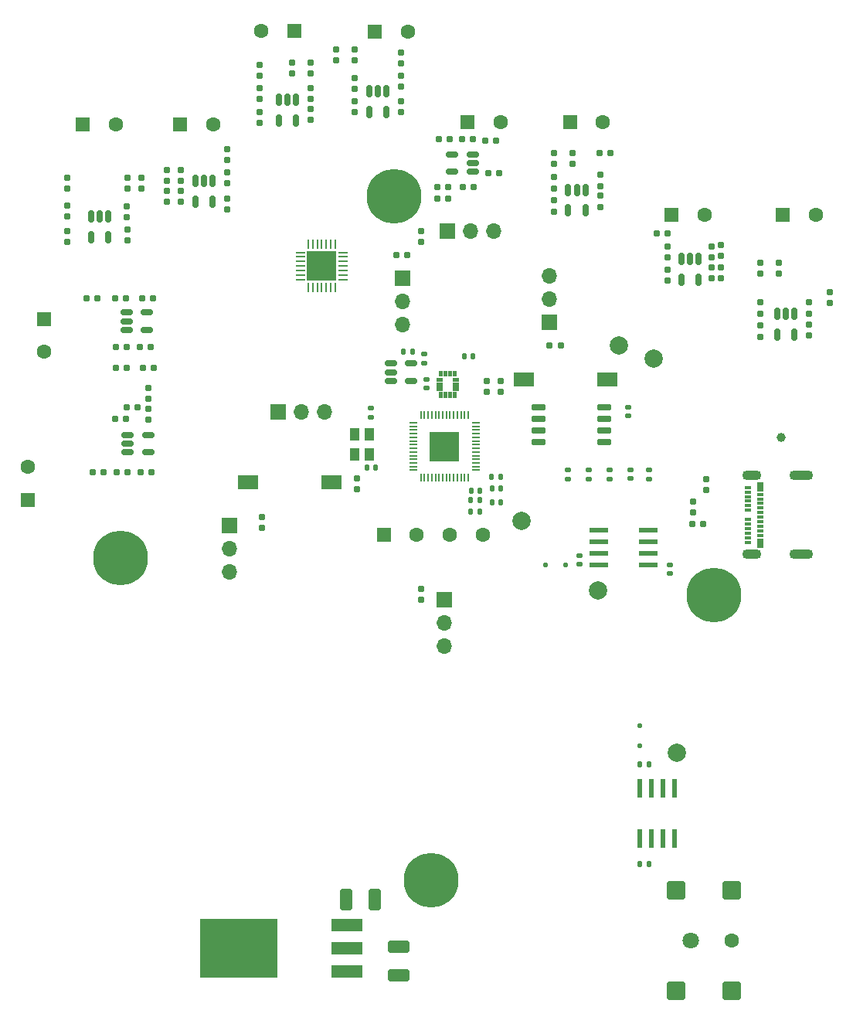
<source format=gts>
%TF.GenerationSoftware,KiCad,Pcbnew,8.0.6*%
%TF.CreationDate,2024-11-27T03:53:44-08:00*%
%TF.ProjectId,eecsc206a,65656373-6332-4303-9661-2e6b69636164,rev?*%
%TF.SameCoordinates,Original*%
%TF.FileFunction,Soldermask,Top*%
%TF.FilePolarity,Negative*%
%FSLAX46Y46*%
G04 Gerber Fmt 4.6, Leading zero omitted, Abs format (unit mm)*
G04 Created by KiCad (PCBNEW 8.0.6) date 2024-11-27 03:53:44*
%MOMM*%
%LPD*%
G01*
G04 APERTURE LIST*
G04 Aperture macros list*
%AMRoundRect*
0 Rectangle with rounded corners*
0 $1 Rounding radius*
0 $2 $3 $4 $5 $6 $7 $8 $9 X,Y pos of 4 corners*
0 Add a 4 corners polygon primitive as box body*
4,1,4,$2,$3,$4,$5,$6,$7,$8,$9,$2,$3,0*
0 Add four circle primitives for the rounded corners*
1,1,$1+$1,$2,$3*
1,1,$1+$1,$4,$5*
1,1,$1+$1,$6,$7*
1,1,$1+$1,$8,$9*
0 Add four rect primitives between the rounded corners*
20,1,$1+$1,$2,$3,$4,$5,0*
20,1,$1+$1,$4,$5,$6,$7,0*
20,1,$1+$1,$6,$7,$8,$9,0*
20,1,$1+$1,$8,$9,$2,$3,0*%
G04 Aperture macros list end*
%ADD10C,0.010000*%
%ADD11R,2.180000X1.600000*%
%ADD12C,0.800000*%
%ADD13C,6.000000*%
%ADD14C,1.000000*%
%ADD15RoundRect,0.150000X-0.512500X-0.150000X0.512500X-0.150000X0.512500X0.150000X-0.512500X0.150000X0*%
%ADD16RoundRect,0.150000X-0.150000X0.512500X-0.150000X-0.512500X0.150000X-0.512500X0.150000X0.512500X0*%
%ADD17RoundRect,0.150000X0.512500X0.150000X-0.512500X0.150000X-0.512500X-0.150000X0.512500X-0.150000X0*%
%ADD18C,2.000000*%
%ADD19RoundRect,0.160000X-0.197500X-0.160000X0.197500X-0.160000X0.197500X0.160000X-0.197500X0.160000X0*%
%ADD20RoundRect,0.160000X0.197500X0.160000X-0.197500X0.160000X-0.197500X-0.160000X0.197500X-0.160000X0*%
%ADD21RoundRect,0.160000X-0.160000X0.197500X-0.160000X-0.197500X0.160000X-0.197500X0.160000X0.197500X0*%
%ADD22RoundRect,0.160000X0.160000X-0.197500X0.160000X0.197500X-0.160000X0.197500X-0.160000X-0.197500X0*%
%ADD23C,1.600000*%
%ADD24RoundRect,0.250000X0.550000X-0.550000X0.550000X0.550000X-0.550000X0.550000X-0.550000X-0.550000X0*%
%ADD25RoundRect,0.250000X0.550000X0.550000X-0.550000X0.550000X-0.550000X-0.550000X0.550000X-0.550000X0*%
%ADD26RoundRect,0.250000X-0.550000X-0.550000X0.550000X-0.550000X0.550000X0.550000X-0.550000X0.550000X0*%
%ADD27RoundRect,0.250000X-0.550000X0.550000X-0.550000X-0.550000X0.550000X-0.550000X0.550000X0.550000X0*%
%ADD28RoundRect,0.125000X-0.125000X0.125000X-0.125000X-0.125000X0.125000X-0.125000X0.125000X0.125000X0*%
%ADD29RoundRect,0.140000X0.170000X-0.140000X0.170000X0.140000X-0.170000X0.140000X-0.170000X-0.140000X0*%
%ADD30RoundRect,0.140000X0.140000X0.170000X-0.140000X0.170000X-0.140000X-0.170000X0.140000X-0.170000X0*%
%ADD31RoundRect,0.140000X-0.140000X-0.170000X0.140000X-0.170000X0.140000X0.170000X-0.140000X0.170000X0*%
%ADD32RoundRect,0.140000X-0.170000X0.140000X-0.170000X-0.140000X0.170000X-0.140000X0.170000X0.140000X0*%
%ADD33RoundRect,0.250000X-0.412500X-0.925000X0.412500X-0.925000X0.412500X0.925000X-0.412500X0.925000X0*%
%ADD34R,3.250000X3.250000*%
%ADD35RoundRect,0.062500X-0.425000X0.062500X-0.425000X-0.062500X0.425000X-0.062500X0.425000X0.062500X0*%
%ADD36RoundRect,0.062500X-0.062500X0.425000X-0.062500X-0.425000X0.062500X-0.425000X0.062500X0.425000X0*%
%ADD37R,1.100000X1.400000*%
%ADD38R,1.700000X1.700000*%
%ADD39O,1.700000X1.700000*%
%ADD40RoundRect,0.150000X-0.650000X-0.150000X0.650000X-0.150000X0.650000X0.150000X-0.650000X0.150000X0*%
%ADD41RoundRect,0.250000X0.750000X-0.750000X0.750000X0.750000X-0.750000X0.750000X-0.750000X-0.750000X0*%
%ADD42C,1.800000*%
%ADD43R,2.000000X0.600000*%
%ADD44R,3.200000X3.200000*%
%ADD45RoundRect,0.050000X-0.387500X0.050000X-0.387500X-0.050000X0.387500X-0.050000X0.387500X0.050000X0*%
%ADD46RoundRect,0.050000X-0.050000X0.387500X-0.050000X-0.387500X0.050000X-0.387500X0.050000X0.387500X0*%
%ADD47RoundRect,0.125000X-0.125000X-0.125000X0.125000X-0.125000X0.125000X0.125000X-0.125000X0.125000X0*%
%ADD48R,3.505200X1.397000*%
%ADD49R,8.458200X6.553200*%
%ADD50RoundRect,0.250000X0.925000X-0.412500X0.925000X0.412500X-0.925000X0.412500X-0.925000X-0.412500X0*%
%ADD51R,0.600000X2.000000*%
%ADD52O,2.600000X1.100000*%
%ADD53O,2.100000X1.100000*%
%ADD54R,0.700000X1.000000*%
%ADD55R,0.700000X0.300000*%
G04 APERTURE END LIST*
D10*
%TO.C,MT1*%
X154569000Y-84003000D02*
X153994000Y-84003000D01*
X153994000Y-83653000D01*
X154569000Y-83653000D01*
X154569000Y-84003000D01*
G36*
X154569000Y-84003000D02*
G01*
X153994000Y-84003000D01*
X153994000Y-83653000D01*
X154569000Y-83653000D01*
X154569000Y-84003000D01*
G37*
X154569000Y-84503000D02*
X153994000Y-84503000D01*
X153994000Y-84153000D01*
X154569000Y-84153000D01*
X154569000Y-84503000D01*
G36*
X154569000Y-84503000D02*
G01*
X153994000Y-84503000D01*
X153994000Y-84153000D01*
X154569000Y-84153000D01*
X154569000Y-84503000D01*
G37*
X154569000Y-85003000D02*
X153994000Y-85003000D01*
X153994000Y-84653000D01*
X154569000Y-84653000D01*
X154569000Y-85003000D01*
G36*
X154569000Y-85003000D02*
G01*
X153994000Y-85003000D01*
X153994000Y-84653000D01*
X154569000Y-84653000D01*
X154569000Y-85003000D01*
G37*
X154619000Y-83453000D02*
X154269000Y-83453000D01*
X154269000Y-82878000D01*
X154619000Y-82878000D01*
X154619000Y-83453000D01*
G36*
X154619000Y-83453000D02*
G01*
X154269000Y-83453000D01*
X154269000Y-82878000D01*
X154619000Y-82878000D01*
X154619000Y-83453000D01*
G37*
X154619000Y-85778000D02*
X154269000Y-85778000D01*
X154269000Y-85203000D01*
X154619000Y-85203000D01*
X154619000Y-85778000D01*
G36*
X154619000Y-85778000D02*
G01*
X154269000Y-85778000D01*
X154269000Y-85203000D01*
X154619000Y-85203000D01*
X154619000Y-85778000D01*
G37*
X155119000Y-83453000D02*
X154769000Y-83453000D01*
X154769000Y-82878000D01*
X155119000Y-82878000D01*
X155119000Y-83453000D01*
G36*
X155119000Y-83453000D02*
G01*
X154769000Y-83453000D01*
X154769000Y-82878000D01*
X155119000Y-82878000D01*
X155119000Y-83453000D01*
G37*
X155119000Y-85778000D02*
X154769000Y-85778000D01*
X154769000Y-85203000D01*
X155119000Y-85203000D01*
X155119000Y-85778000D01*
G36*
X155119000Y-85778000D02*
G01*
X154769000Y-85778000D01*
X154769000Y-85203000D01*
X155119000Y-85203000D01*
X155119000Y-85778000D01*
G37*
X155619000Y-83453000D02*
X155269000Y-83453000D01*
X155269000Y-82878000D01*
X155619000Y-82878000D01*
X155619000Y-83453000D01*
G36*
X155619000Y-83453000D02*
G01*
X155269000Y-83453000D01*
X155269000Y-82878000D01*
X155619000Y-82878000D01*
X155619000Y-83453000D01*
G37*
X155619000Y-85778000D02*
X155269000Y-85778000D01*
X155269000Y-85203000D01*
X155619000Y-85203000D01*
X155619000Y-85778000D01*
G36*
X155619000Y-85778000D02*
G01*
X155269000Y-85778000D01*
X155269000Y-85203000D01*
X155619000Y-85203000D01*
X155619000Y-85778000D01*
G37*
X156119000Y-83453000D02*
X155769000Y-83453000D01*
X155769000Y-82878000D01*
X156119000Y-82878000D01*
X156119000Y-83453000D01*
G36*
X156119000Y-83453000D02*
G01*
X155769000Y-83453000D01*
X155769000Y-82878000D01*
X156119000Y-82878000D01*
X156119000Y-83453000D01*
G37*
X156119000Y-85778000D02*
X155769000Y-85778000D01*
X155769000Y-85203000D01*
X156119000Y-85203000D01*
X156119000Y-85778000D01*
G36*
X156119000Y-85778000D02*
G01*
X155769000Y-85778000D01*
X155769000Y-85203000D01*
X156119000Y-85203000D01*
X156119000Y-85778000D01*
G37*
X156394000Y-84003000D02*
X155819000Y-84003000D01*
X155819000Y-83653000D01*
X156394000Y-83653000D01*
X156394000Y-84003000D01*
G36*
X156394000Y-84003000D02*
G01*
X155819000Y-84003000D01*
X155819000Y-83653000D01*
X156394000Y-83653000D01*
X156394000Y-84003000D01*
G37*
X156394000Y-84503000D02*
X155819000Y-84503000D01*
X155819000Y-84153000D01*
X156394000Y-84153000D01*
X156394000Y-84503000D01*
G36*
X156394000Y-84503000D02*
G01*
X155819000Y-84503000D01*
X155819000Y-84153000D01*
X156394000Y-84153000D01*
X156394000Y-84503000D01*
G37*
X156394000Y-85003000D02*
X155819000Y-85003000D01*
X155819000Y-84653000D01*
X156394000Y-84653000D01*
X156394000Y-85003000D01*
G36*
X156394000Y-85003000D02*
G01*
X155819000Y-85003000D01*
X155819000Y-84653000D01*
X156394000Y-84653000D01*
X156394000Y-85003000D01*
G37*
%TD*%
D11*
%TO.C,SW2*%
X133332000Y-95123000D03*
X142512000Y-95123000D03*
%TD*%
%TO.C,SW1*%
X163558000Y-83820000D03*
X172738000Y-83820000D03*
%TD*%
D12*
%TO.C,H4*%
X117130000Y-103378000D03*
X117789010Y-101787010D03*
X117789010Y-104968990D03*
X119380000Y-101128000D03*
D13*
X119380000Y-103378000D03*
D12*
X119380000Y-105628000D03*
X120970990Y-101787010D03*
X120970990Y-104968990D03*
X121630000Y-103378000D03*
%TD*%
%TO.C,H3*%
X147102000Y-63754000D03*
X147761010Y-62163010D03*
X147761010Y-65344990D03*
X149352000Y-61504000D03*
D13*
X149352000Y-63754000D03*
D12*
X149352000Y-66004000D03*
X150942990Y-62163010D03*
X150942990Y-65344990D03*
X151602000Y-63754000D03*
%TD*%
%TO.C,H2*%
X151166000Y-138684000D03*
X151825010Y-137093010D03*
X151825010Y-140274990D03*
X153416000Y-136434000D03*
D13*
X153416000Y-138684000D03*
D12*
X153416000Y-140934000D03*
X155006990Y-137093010D03*
X155006990Y-140274990D03*
X155666000Y-138684000D03*
%TD*%
%TO.C,H1*%
X182154000Y-107442000D03*
X182813010Y-105851010D03*
X182813010Y-109032990D03*
X184404000Y-105192000D03*
D13*
X184404000Y-107442000D03*
D12*
X184404000Y-109692000D03*
X185994990Y-105851010D03*
X185994990Y-109032990D03*
X186654000Y-107442000D03*
%TD*%
D14*
%TO.C,TP5*%
X191770000Y-90170000D03*
%TD*%
D15*
%TO.C,U17*%
X120020500Y-76520000D03*
X120020500Y-77470000D03*
X120020500Y-78420000D03*
X122295500Y-78420000D03*
X122295500Y-76520000D03*
%TD*%
D16*
%TO.C,U16*%
X193228000Y-76661500D03*
X192278000Y-76661500D03*
X191328000Y-76661500D03*
X191328000Y-78936500D03*
X193228000Y-78936500D03*
%TD*%
%TO.C,U15*%
X129474000Y-62108500D03*
X128524000Y-62108500D03*
X127574000Y-62108500D03*
X127574000Y-64383500D03*
X129474000Y-64383500D03*
%TD*%
%TO.C,U14*%
X138618000Y-53196500D03*
X137668000Y-53196500D03*
X136718000Y-53196500D03*
X136718000Y-55471500D03*
X138618000Y-55471500D03*
%TD*%
%TO.C,U13*%
X118044000Y-66008000D03*
X117094000Y-66008000D03*
X116144000Y-66008000D03*
X116144000Y-68283000D03*
X118044000Y-68283000D03*
%TD*%
D17*
%TO.C,U12*%
X157977000Y-61082000D03*
X157977000Y-60132000D03*
X157977000Y-59182000D03*
X155702000Y-59182000D03*
X155702000Y-61082000D03*
%TD*%
D15*
%TO.C,U11*%
X122428000Y-89916000D03*
X122428000Y-91816000D03*
X120153000Y-91816000D03*
X120153000Y-90866000D03*
X120153000Y-89916000D03*
%TD*%
D16*
%TO.C,U10*%
X182748000Y-70623000D03*
X181798000Y-70623000D03*
X180848000Y-70623000D03*
X180848000Y-72898000D03*
X182748000Y-72898000D03*
%TD*%
%TO.C,U9*%
X148524000Y-52292000D03*
X147574000Y-52292000D03*
X146624000Y-52292000D03*
X146624000Y-54567000D03*
X148524000Y-54567000D03*
%TD*%
%TO.C,U8*%
X170344000Y-65342000D03*
X168444000Y-65342000D03*
X168444000Y-63067000D03*
X169394000Y-63067000D03*
X170344000Y-63067000D03*
%TD*%
D18*
%TO.C,TP5*%
X163322000Y-99314000D03*
%TD*%
%TO.C,TP4*%
X177800000Y-81534000D03*
%TD*%
%TO.C,TP3*%
X173990000Y-80137000D03*
%TD*%
%TO.C,TP2*%
X180340000Y-124714000D03*
%TD*%
%TO.C,TP1*%
X171704000Y-106934000D03*
%TD*%
D19*
%TO.C,R81*%
X122771500Y-93980000D03*
X121576500Y-93980000D03*
%TD*%
D20*
%TO.C,R80*%
X118782500Y-88138000D03*
X119977500Y-88138000D03*
%TD*%
D19*
%TO.C,R79*%
X120142000Y-93980000D03*
X118947000Y-93980000D03*
%TD*%
D20*
%TO.C,R78*%
X120052500Y-86868000D03*
X121247500Y-86868000D03*
%TD*%
%TO.C,R77*%
X116332000Y-93980000D03*
X117527000Y-93980000D03*
%TD*%
D21*
%TO.C,R76*%
X122428000Y-87032500D03*
X122428000Y-88227500D03*
%TD*%
D22*
%TO.C,R75*%
X122428000Y-84746500D03*
X122428000Y-85941500D03*
%TD*%
D21*
%TO.C,R74*%
X134620000Y-54520500D03*
X134620000Y-55715500D03*
%TD*%
%TO.C,R73*%
X113538000Y-67564000D03*
X113538000Y-68759000D03*
%TD*%
%TO.C,R72*%
X140208000Y-54244500D03*
X140208000Y-55439500D03*
%TD*%
%TO.C,R71*%
X134620000Y-51958500D03*
X134620000Y-53153500D03*
%TD*%
%TO.C,R70*%
X120142000Y-67399500D03*
X120142000Y-68594500D03*
%TD*%
%TO.C,R69*%
X113538000Y-64770000D03*
X113538000Y-65965000D03*
%TD*%
%TO.C,R68*%
X140208000Y-51958500D03*
X140208000Y-53153500D03*
%TD*%
%TO.C,R67*%
X120052500Y-64859500D03*
X120052500Y-66054500D03*
%TD*%
D22*
%TO.C,R66*%
X134620000Y-50613500D03*
X134620000Y-49418500D03*
%TD*%
%TO.C,R65*%
X113538000Y-62917000D03*
X113538000Y-61722000D03*
%TD*%
%TO.C,R64*%
X140208000Y-50359500D03*
X140208000Y-49164500D03*
%TD*%
%TO.C,R63*%
X138218000Y-50359500D03*
X138218000Y-49164500D03*
%TD*%
%TO.C,R62*%
X120142000Y-62917000D03*
X120142000Y-61722000D03*
%TD*%
D21*
%TO.C,R61*%
X166920000Y-64247500D03*
X166920000Y-65442500D03*
%TD*%
%TO.C,R60*%
X145034000Y-53340000D03*
X145034000Y-54535000D03*
%TD*%
D19*
%TO.C,R59*%
X121487000Y-80264000D03*
X122682000Y-80264000D03*
%TD*%
%TO.C,R58*%
X122936000Y-74930000D03*
X121741000Y-74930000D03*
%TD*%
%TO.C,R57*%
X118857500Y-80264000D03*
X120052500Y-80264000D03*
%TD*%
%TO.C,R56*%
X118782500Y-74930000D03*
X119977500Y-74930000D03*
%TD*%
D20*
%TO.C,R55*%
X116840000Y-74930000D03*
X115645000Y-74930000D03*
%TD*%
D19*
%TO.C,R54*%
X121830500Y-82550000D03*
X123025500Y-82550000D03*
%TD*%
D20*
%TO.C,R53*%
X120067000Y-82550000D03*
X118872000Y-82550000D03*
%TD*%
D21*
%TO.C,R52*%
X125984000Y-63156500D03*
X125984000Y-64351500D03*
%TD*%
%TO.C,R51*%
X131064000Y-64008000D03*
X131064000Y-65203000D03*
%TD*%
D22*
%TO.C,R50*%
X125984000Y-62065500D03*
X125984000Y-60870500D03*
%TD*%
D21*
%TO.C,R49*%
X131064000Y-61124500D03*
X131064000Y-62319500D03*
%TD*%
D22*
%TO.C,R48*%
X131064000Y-58584500D03*
X131064000Y-59779500D03*
%TD*%
D21*
%TO.C,R47*%
X124460000Y-64351500D03*
X124460000Y-63156500D03*
%TD*%
D22*
%TO.C,R46*%
X124460000Y-62065500D03*
X124460000Y-60870500D03*
%TD*%
D21*
%TO.C,R45*%
X150114000Y-53340000D03*
X150114000Y-54535000D03*
%TD*%
%TO.C,R44*%
X145034000Y-50800000D03*
X145034000Y-51995000D03*
%TD*%
%TO.C,R43*%
X150114000Y-50546000D03*
X150114000Y-51741000D03*
%TD*%
D22*
%TO.C,R42*%
X150114000Y-49201000D03*
X150114000Y-48006000D03*
%TD*%
%TO.C,R41*%
X121666000Y-62917000D03*
X121666000Y-61722000D03*
%TD*%
D21*
%TO.C,R40*%
X179324000Y-71792500D03*
X179324000Y-72987500D03*
%TD*%
D20*
%TO.C,R39*%
X155448000Y-57526000D03*
X154253000Y-57526000D03*
%TD*%
D22*
%TO.C,R38*%
X184150000Y-70447500D03*
X184150000Y-69252500D03*
%TD*%
D21*
%TO.C,R37*%
X179324000Y-69252500D03*
X179324000Y-70447500D03*
%TD*%
D19*
%TO.C,R36*%
X159676500Y-61214000D03*
X160871500Y-61214000D03*
%TD*%
D20*
%TO.C,R35*%
X157988000Y-57526000D03*
X156793000Y-57526000D03*
%TD*%
D22*
%TO.C,R34*%
X184150000Y-72733500D03*
X184150000Y-71538500D03*
%TD*%
D19*
%TO.C,R33*%
X156882500Y-62738000D03*
X158077500Y-62738000D03*
%TD*%
D20*
%TO.C,R32*%
X179324000Y-67818000D03*
X178129000Y-67818000D03*
%TD*%
D19*
%TO.C,R31*%
X159333000Y-57658000D03*
X160528000Y-57658000D03*
%TD*%
D22*
%TO.C,R30*%
X185166000Y-70283000D03*
X185166000Y-69088000D03*
%TD*%
D21*
%TO.C,R29*%
X185166000Y-71538500D03*
X185166000Y-72733500D03*
%TD*%
D20*
%TO.C,R28*%
X155283500Y-64008000D03*
X154088500Y-64008000D03*
%TD*%
%TO.C,R27*%
X155283500Y-62738000D03*
X154088500Y-62738000D03*
%TD*%
D22*
%TO.C,R26*%
X145034000Y-48857500D03*
X145034000Y-47662500D03*
%TD*%
%TO.C,R25*%
X143044000Y-48857500D03*
X143044000Y-47662500D03*
%TD*%
D21*
%TO.C,R24*%
X171958000Y-64934500D03*
X171958000Y-63739500D03*
%TD*%
%TO.C,R23*%
X166862000Y-61707500D03*
X166862000Y-62902500D03*
%TD*%
%TO.C,R22*%
X171958000Y-61453500D03*
X171958000Y-62648500D03*
%TD*%
D19*
%TO.C,R21*%
X171868500Y-59003000D03*
X173063500Y-59003000D03*
%TD*%
D22*
%TO.C,R20*%
X168910000Y-59003000D03*
X168910000Y-60198000D03*
%TD*%
%TO.C,R19*%
X166920000Y-60198000D03*
X166920000Y-59003000D03*
%TD*%
D21*
%TO.C,R18*%
X189484000Y-79158500D03*
X189484000Y-77963500D03*
%TD*%
%TO.C,R17*%
X189484000Y-76618500D03*
X189484000Y-75423500D03*
%TD*%
%TO.C,R16*%
X194818000Y-76618500D03*
X194818000Y-75423500D03*
%TD*%
%TO.C,R15*%
X194818000Y-77799000D03*
X194818000Y-78994000D03*
%TD*%
D22*
%TO.C,R14*%
X197104000Y-74243000D03*
X197104000Y-75438000D03*
%TD*%
%TO.C,R13*%
X191516000Y-72225500D03*
X191516000Y-71030500D03*
%TD*%
%TO.C,R12*%
X189526000Y-72225500D03*
X189526000Y-71030500D03*
%TD*%
D23*
%TO.C,J17*%
X109198000Y-93428000D03*
D24*
X109198000Y-97028000D03*
%TD*%
D23*
%TO.C,J16*%
X134830000Y-45698000D03*
D25*
X138430000Y-45698000D03*
%TD*%
D23*
%TO.C,J15*%
X118872000Y-55880000D03*
D26*
X115272000Y-55880000D03*
%TD*%
%TO.C,J14*%
X179788000Y-65786000D03*
D23*
X183388000Y-65786000D03*
%TD*%
D26*
%TO.C,J13*%
X157436000Y-55626000D03*
D23*
X161036000Y-55626000D03*
%TD*%
D27*
%TO.C,J12*%
X110998000Y-77216000D03*
D23*
X110998000Y-80816000D03*
%TD*%
%TO.C,J11*%
X129540000Y-55880000D03*
D26*
X125940000Y-55880000D03*
%TD*%
%TO.C,J10*%
X147276000Y-45720000D03*
D23*
X150876000Y-45720000D03*
%TD*%
D26*
%TO.C,J9*%
X168634000Y-55626000D03*
D23*
X172234000Y-55626000D03*
%TD*%
D26*
%TO.C,J8*%
X191980000Y-65786000D03*
D23*
X195580000Y-65786000D03*
%TD*%
D28*
%TO.C,D2*%
X176276000Y-121752000D03*
X176276000Y-123952000D03*
%TD*%
D29*
%TO.C,C24*%
X152908000Y-84808000D03*
X152908000Y-83848000D03*
%TD*%
%TO.C,C23*%
X152654000Y-82042000D03*
X152654000Y-81082000D03*
%TD*%
D30*
%TO.C,C22*%
X151356000Y-80772000D03*
X150396000Y-80772000D03*
%TD*%
D31*
%TO.C,C21*%
X157028000Y-81280000D03*
X157988000Y-81280000D03*
%TD*%
D32*
%TO.C,C18*%
X175006000Y-86896000D03*
X175006000Y-87856000D03*
%TD*%
D31*
%TO.C,C17*%
X161008000Y-94488000D03*
X160048000Y-94488000D03*
%TD*%
%TO.C,C16*%
X160076000Y-95820000D03*
X161036000Y-95820000D03*
%TD*%
%TO.C,C15*%
X161036000Y-97282000D03*
X160076000Y-97282000D03*
%TD*%
%TO.C,C14*%
X157790000Y-96012000D03*
X158750000Y-96012000D03*
%TD*%
D29*
%TO.C,C13*%
X177292000Y-94742000D03*
X177292000Y-93782000D03*
%TD*%
%TO.C,C12*%
X175260000Y-94714000D03*
X175260000Y-93754000D03*
%TD*%
%TO.C,C11*%
X172974000Y-94742000D03*
X172974000Y-93782000D03*
%TD*%
%TO.C,C10*%
X170688000Y-94742000D03*
X170688000Y-93782000D03*
%TD*%
%TO.C,C9*%
X168402000Y-94742000D03*
X168402000Y-93782000D03*
%TD*%
D31*
%TO.C,C8*%
X157762000Y-98298000D03*
X158722000Y-98298000D03*
%TD*%
%TO.C,C7*%
X158722000Y-97028000D03*
X157762000Y-97028000D03*
%TD*%
%TO.C,C6*%
X176304000Y-125984000D03*
X177264000Y-125984000D03*
%TD*%
D29*
%TO.C,C3*%
X169672000Y-104084000D03*
X169672000Y-103124000D03*
%TD*%
D31*
%TO.C,C2*%
X176304000Y-136906000D03*
X177264000Y-136906000D03*
%TD*%
D32*
%TO.C,C1*%
X179578000Y-104140000D03*
X179578000Y-105100000D03*
%TD*%
D21*
%TO.C,R10*%
X134874000Y-98881000D03*
X134874000Y-100076000D03*
%TD*%
D22*
%TO.C,R2*%
X182118000Y-98387500D03*
X182118000Y-97192500D03*
%TD*%
D33*
%TO.C,C5*%
X144131500Y-140843000D03*
X147206500Y-140843000D03*
%TD*%
D34*
%TO.C,U6*%
X141430000Y-71422000D03*
D35*
X143792500Y-69922000D03*
X143792500Y-70422000D03*
X143792500Y-70922000D03*
X143792500Y-71422000D03*
X143792500Y-71922000D03*
X143792500Y-72422000D03*
X143792500Y-72922000D03*
D36*
X142930000Y-73784500D03*
X142430000Y-73784500D03*
X141930000Y-73784500D03*
X141430000Y-73784500D03*
X140930000Y-73784500D03*
X140430000Y-73784500D03*
X139930000Y-73784500D03*
D35*
X139067500Y-72922000D03*
X139067500Y-72422000D03*
X139067500Y-71922000D03*
X139067500Y-71422000D03*
X139067500Y-70922000D03*
X139067500Y-70422000D03*
X139067500Y-69922000D03*
D36*
X139930000Y-69059500D03*
X140430000Y-69059500D03*
X140930000Y-69059500D03*
X141430000Y-69059500D03*
X141930000Y-69059500D03*
X142430000Y-69059500D03*
X142930000Y-69059500D03*
%TD*%
D19*
%TO.C,R8*%
X149606000Y-70231000D03*
X150801000Y-70231000D03*
%TD*%
D15*
%TO.C,U5*%
X148976500Y-82108000D03*
X148976500Y-83058000D03*
X148976500Y-84008000D03*
X151251500Y-84008000D03*
X151251500Y-82108000D03*
%TD*%
D22*
%TO.C,R6*%
X159512000Y-85179500D03*
X159512000Y-83984500D03*
%TD*%
D20*
%TO.C,R9*%
X167602500Y-80137000D03*
X166407500Y-80137000D03*
%TD*%
D37*
%TO.C,X1*%
X145034000Y-89832000D03*
X145034000Y-92032000D03*
X146634002Y-92032000D03*
X146634002Y-89832000D03*
%TD*%
D22*
%TO.C,R7*%
X152273000Y-68796500D03*
X152273000Y-67601500D03*
%TD*%
D20*
%TO.C,R1*%
X183223500Y-99695000D03*
X182028500Y-99695000D03*
%TD*%
D21*
%TO.C,R4*%
X145288000Y-94652500D03*
X145288000Y-95847500D03*
%TD*%
D26*
%TO.C,J18*%
X148248000Y-100838000D03*
D23*
X151848000Y-100838000D03*
X155448000Y-100838000D03*
X159048000Y-100838000D03*
%TD*%
D38*
%TO.C,J5*%
X166370000Y-77582000D03*
D39*
X166370000Y-75042000D03*
X166370000Y-72502000D03*
%TD*%
D40*
%TO.C,U4*%
X165183000Y-86868000D03*
X165183000Y-88138000D03*
X165183000Y-89408000D03*
X165183000Y-90678000D03*
X172383000Y-90678000D03*
X172383000Y-89408000D03*
X172383000Y-88138000D03*
X172383000Y-86868000D03*
%TD*%
D38*
%TO.C,J7*%
X154813000Y-107950000D03*
D39*
X154813000Y-110490000D03*
X154813000Y-113030000D03*
%TD*%
D22*
%TO.C,R3*%
X183515000Y-95974500D03*
X183515000Y-94779500D03*
%TD*%
D41*
%TO.C,J2*%
X180214000Y-139788000D03*
X186364000Y-139788000D03*
X186364000Y-150788000D03*
X180214000Y-150788000D03*
D23*
X186364000Y-145288000D03*
D42*
X181864000Y-145288000D03*
%TD*%
D38*
%TO.C,J6*%
X131318000Y-99822000D03*
D39*
X131318000Y-102362000D03*
X131318000Y-104902000D03*
%TD*%
D43*
%TO.C,U7*%
X177223000Y-104140000D03*
X177223000Y-102870000D03*
X177223000Y-101600000D03*
X177223000Y-100330000D03*
X171773000Y-100330000D03*
X171773000Y-101600000D03*
X171773000Y-102870000D03*
X171773000Y-104140000D03*
%TD*%
D44*
%TO.C,U3*%
X154886000Y-91194500D03*
D45*
X158323500Y-88594500D03*
X158323500Y-88994500D03*
X158323500Y-89394500D03*
X158323500Y-89794500D03*
X158323500Y-90194500D03*
X158323500Y-90594500D03*
X158323500Y-90994500D03*
X158323500Y-91394500D03*
X158323500Y-91794500D03*
X158323500Y-92194500D03*
X158323500Y-92594500D03*
X158323500Y-92994500D03*
X158323500Y-93394500D03*
X158323500Y-93794500D03*
D46*
X157486000Y-94632000D03*
X157086000Y-94632000D03*
X156686000Y-94632000D03*
X156286000Y-94632000D03*
X155886000Y-94632000D03*
X155486000Y-94632000D03*
X155086000Y-94632000D03*
X154686000Y-94632000D03*
X154286000Y-94632000D03*
X153886000Y-94632000D03*
X153486000Y-94632000D03*
X153086000Y-94632000D03*
X152686000Y-94632000D03*
X152286000Y-94632000D03*
D45*
X151448500Y-93794500D03*
X151448500Y-93394500D03*
X151448500Y-92994500D03*
X151448500Y-92594500D03*
X151448500Y-92194500D03*
X151448500Y-91794500D03*
X151448500Y-91394500D03*
X151448500Y-90994500D03*
X151448500Y-90594500D03*
X151448500Y-90194500D03*
X151448500Y-89794500D03*
X151448500Y-89394500D03*
X151448500Y-88994500D03*
X151448500Y-88594500D03*
D46*
X152286000Y-87757000D03*
X152686000Y-87757000D03*
X153086000Y-87757000D03*
X153486000Y-87757000D03*
X153886000Y-87757000D03*
X154286000Y-87757000D03*
X154686000Y-87757000D03*
X155086000Y-87757000D03*
X155486000Y-87757000D03*
X155886000Y-87757000D03*
X156286000Y-87757000D03*
X156686000Y-87757000D03*
X157086000Y-87757000D03*
X157486000Y-87757000D03*
%TD*%
D38*
%TO.C,J1*%
X136667000Y-87376000D03*
D39*
X139207000Y-87376000D03*
X141747000Y-87376000D03*
%TD*%
D21*
%TO.C,R11*%
X152273000Y-106755000D03*
X152273000Y-107950000D03*
%TD*%
D47*
%TO.C,D1*%
X165948000Y-104140000D03*
X168148000Y-104140000D03*
%TD*%
D48*
%TO.C,U2*%
X144170400Y-148717000D03*
X144170400Y-146177000D03*
X144170400Y-143637000D03*
D49*
X132372100Y-146177000D03*
%TD*%
D21*
%TO.C,R5*%
X161036000Y-83984500D03*
X161036000Y-85179500D03*
%TD*%
D29*
%TO.C,C19*%
X146812000Y-87983000D03*
X146812000Y-87023000D03*
%TD*%
D30*
%TO.C,C20*%
X147320000Y-93472000D03*
X146360000Y-93472000D03*
%TD*%
D50*
%TO.C,C4*%
X149860000Y-149111500D03*
X149860000Y-146036500D03*
%TD*%
D38*
%TO.C,J4*%
X150241000Y-72771000D03*
D39*
X150241000Y-75311000D03*
X150241000Y-77851000D03*
%TD*%
D38*
%TO.C,J3*%
X155194000Y-67564000D03*
D39*
X157734000Y-67564000D03*
X160274000Y-67564000D03*
%TD*%
D51*
%TO.C,U1*%
X176276000Y-134112000D03*
X177546000Y-134112000D03*
X178816000Y-134112000D03*
X180086000Y-134112000D03*
X180086000Y-128662000D03*
X178816000Y-128662000D03*
X177546000Y-128662000D03*
X176276000Y-128662000D03*
%TD*%
D52*
%TO.C,P1*%
X193929000Y-94361000D03*
D53*
X188569000Y-94361000D03*
D52*
X193929000Y-103001000D03*
D53*
X188569000Y-103001000D03*
D54*
X189459000Y-101781000D03*
D55*
X189459000Y-100931000D03*
X189459000Y-100431000D03*
X189459000Y-99931000D03*
X189459000Y-99431000D03*
X189459000Y-98931000D03*
X189459000Y-98431000D03*
X189459000Y-97931000D03*
X189459000Y-97431000D03*
X189459000Y-96931000D03*
X189459000Y-96431000D03*
D54*
X189459000Y-95581000D03*
D55*
X188159000Y-95681000D03*
X188159000Y-96181000D03*
X188159000Y-96681000D03*
X188159000Y-97181000D03*
X188159000Y-97681000D03*
X188159000Y-98181000D03*
X188159000Y-99181000D03*
X188159000Y-99681000D03*
X188159000Y-100181000D03*
X188159000Y-100681000D03*
X188159000Y-101181000D03*
X188159000Y-101681000D03*
%TD*%
M02*

</source>
